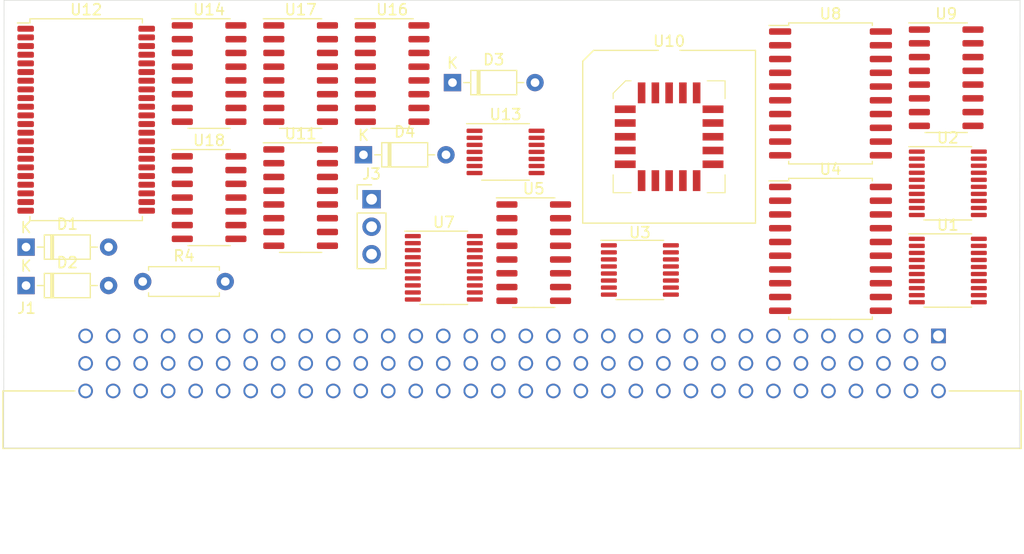
<source format=kicad_pcb>
(kicad_pcb (version 20211014) (generator pcbnew)
  (layers (0 "F.Cu" signal) (31 "B.Cu" signal) (34 "B.Paste" user) (35 "F.Paste" user) (36 "B.SilkS" user "B.Silkscreen") (37 "F.SilkS" user "F.Silkscreen") (38 "B.Mask" user) (39 "F.Mask" user) (44 "Edge.Cuts" user))
  (net 0 "")
  (net 1 "Net-(D1-Pad1)")
  (net 2 "/~{RESET}")
  (net 3 "/MemoryPgm/~{UDS_INT}")
  (net 4 "/MemoryPgm/~{LDS_INT}")
  (net 5 "/MemoryPgm/~{MEMEN_INT}")
  (net 6 "/A1")
  (net 7 "/A2")
  (net 8 "/A3")
  (net 9 "/A4")
  (net 10 "/A5")
  (net 11 "/A6")
  (net 12 "/A7")
  (net 13 "/A8")
  (net 14 "/A9")
  (net 15 "/A10")
  (net 16 "/A11")
  (net 17 "/A12")
  (net 18 "/A13")
  (net 19 "/A14")
  (net 20 "/A15")
  (net 21 "/A16")
  (net 22 "/A17")
  (net 23 "/A18")
  (net 24 "/A19")
  (net 25 "/A20")
  (net 26 "/A21")
  (net 27 "/A22")
  (net 28 "/A23")
  (net 29 "/A24")
  (net 30 "/A25")
  (net 31 "/A26")
  (net 32 "/A27")
  (net 33 "/A28")
  (net 34 "/A29")
  (net 35 "/A30")
  (net 36 "/A31")
  (net 37 "/D0")
  (net 38 "/D1")
  (net 39 "/D2")
  (net 40 "/D3")
  (net 41 "/D4")
  (net 42 "/D5")
  (net 43 "/D6")
  (net 44 "/D7")
  (net 45 "/D8")
  (net 46 "/D9")
  (net 47 "/D10")
  (net 48 "/D11")
  (net 49 "/D12")
  (net 50 "/D13")
  (net 51 "/D14")
  (net 52 "/D15")
  (net 54 "/~{DTACK}")
  (net 55 "/~{MEMAS}")
  (net 56 "/~{UDS}")
  (net 57 "/~{LDS}")
  (net 58 "/R{slash}~{W}")
  (net 69 "GND")
  (net 70 "VCC")
  (net 71 "/~{IOAS}")
  (net 73 "Net-(J3-Pad1)")
  (net 74 "Net-(J3-Pad2)")
  (net 75 "Net-(U1-Pad2)")
  (net 76 "Net-(U1-Pad5)")
  (net 77 "Net-(U1-Pad6)")
  (net 78 "Net-(U1-Pad9)")
  (net 79 "/START_REG_L")
  (net 80 "Net-(U1-Pad12)")
  (net 81 "Net-(U1-Pad15)")
  (net 82 "Net-(U1-Pad16)")
  (net 83 "Net-(U1-Pad19)")
  (net 84 "/~{TYPE_REG}")
  (net 87 "/IORAM")
  (net 88 "/~{EN}")
  (net 89 "/~{START_L_EQ}")
  (net 90 "/~{R}{slash}W")
  (net 91 "/IOEN")
  (net 95 "/START_REG_U")
  (net 99 "/EN_REG")
  (net 100 "Net-(U7-Pad2)")
  (net 101 "Net-(U7-Pad5)")
  (net 102 "Net-(U7-Pad6)")
  (net 103 "Net-(U7-Pad9)")
  (net 104 "Net-(U7-Pad12)")
  (net 105 "Net-(U7-Pad15)")
  (net 106 "Net-(U7-Pad16)")
  (net 107 "Net-(U7-Pad19)")
  (net 108 "/~{START_EQ}")
  (net 118 "/~{MEMEN}")
  (net 119 "Net-(U11-Pad2)")
  (net 120 "Net-(U11-Pad3)")
  (net 122 "Net-(U11-Pad10)")
  (net 123 "/MemoryPgm/~{WE_INT}")
  (net 124 "+3V3")
  (net 125 "Net-(U13-Pad2)")
  (net 126 "Net-(U13-Pad3)")
  (net 127 "Net-(U13-Pad4)")
  (net 129 "Net-(U13-Pad8)")
  (net 132 "Net-(U14-Pad10)")
  (net 134 "Net-(U16-Pad10)")
  (footprint "536366-6:TE_536366-6" (layer "F.Cu") (at 104.57 50.2875)
    (fp_text reference "J1")
    (fp_text value "Bus")
  )
  (footprint "Diode_THT:D_DO-35_SOD27_P7.62mm_Horizontal" (layer "F.Cu") (at 20.33 42.0875)
    (fp_text reference "D1")
    (fp_text value "1N4148")
  )
  (footprint "Package_SO:TSSOP-16_4.4x5mm_P0.65mm" (layer "F.Cu") (at 77 44.2)
    (fp_text reference "U3")
    (fp_text value "74LS85")
  )
  (footprint "Package_SO:TSSOP-20_4.4x6.5mm_P0.65mm" (layer "F.Cu") (at 105.43 44.25)
    (fp_text reference "U1")
    (fp_text value "74HC373")
  )
  (footprint "Package_SO:SOIC-16_3.9x9.9mm_P1.27mm" (layer "F.Cu") (at 67.2 42.6)
    (fp_text reference "U5")
    (fp_text value "74HC237")
  )
  (footprint "Package_SO:SOIC-16_3.9x9.9mm_P1.27mm" (layer "F.Cu") (at 105.28 26.45)
    (fp_text reference "U9")
    (fp_text value "74HC237")
  )
  (footprint "Diode_THT:D_DO-35_SOD27_P7.62mm_Horizontal" (layer "F.Cu") (at 59.7 26.9)
    (fp_text reference "D3")
    (fp_text value "1N4148")
  )
  (footprint "Package_SO:SOIC-16_3.9x9.9mm_P1.27mm" (layer "F.Cu") (at 54.13 26.0675)
    (fp_text reference "U16")
    (fp_text value "HEF4094BT")
  )
  (footprint "Package_SO:SOIC-16_3.9x9.9mm_P1.27mm" (layer "F.Cu") (at 45.68 26.0675)
    (fp_text reference "U17")
    (fp_text value "HEF4094BT")
  )
  (footprint "Package_LCC:PLCC-20_SMD-Socket" (layer "F.Cu") (at 79.7 31.9)
    (fp_text reference "U10")
    (fp_text value "ATF16V8B")
  )
  (footprint "Package_SO:SOIC-16_3.9x9.9mm_P1.27mm" (layer "F.Cu") (at 37.23 26.0675)
    (fp_text reference "U14")
    (fp_text value "HEF4094BT")
  )
  (footprint "Package_SO:SOIC-20W_7.5x12.8mm_P1.27mm" (layer "F.Cu") (at 94.6 42.25)
    (fp_text reference "U4")
    (fp_text value "74HC688")
  )
  (footprint "Package_SO:TSOP-II-44_10.16x18.41mm_P0.8mm" (layer "F.Cu") (at 25.88 30.3275)
    (fp_text reference "U12")
    (fp_text value "IS61C3216AL-12TLI")
  )
  (footprint "Connector_PinHeader_2.54mm:PinHeader_1x03_P2.54mm_Vertical" (layer "F.Cu") (at 52.23 37.6675)
    (fp_text reference "J3")
    (fp_text value "QT Py Serial")
  )
  (footprint "Diode_THT:D_DO-35_SOD27_P7.62mm_Horizontal" (layer "F.Cu") (at 20.33 45.6375)
    (fp_text reference "D2")
    (fp_text value "1N4148")
  )
  (footprint "Package_SO:SOIC-16_3.9x9.9mm_P1.27mm" (layer "F.Cu") (at 45.68 37.5175)
    (fp_text reference "U11")
    (fp_text value "HEF4094BT")
  )
  (footprint "Diode_THT:D_DO-35_SOD27_P7.62mm_Horizontal" (layer "F.Cu") (at 51.48 33.5675)
    (fp_text reference "D4")
    (fp_text value "1N4148")
  )
  (footprint "Package_SO:SOIC-20W_7.5x12.8mm_P1.27mm" (layer "F.Cu") (at 94.6 27.9)
    (fp_text reference "U8")
    (fp_text value "74HC688")
  )
  (footprint "Package_SO:TSSOP-20_4.4x6.5mm_P0.65mm" (layer "F.Cu") (at 105.43 36.2)
    (fp_text reference "U2")
    (fp_text value "74LS245")
  )
  (footprint "Package_SO:SOIC-14_3.9x8.7mm_P1.27mm" (layer "F.Cu") (at 37.23 37.5175)
    (fp_text reference "U18")
    (fp_text value "74LS243")
  )
  (footprint "Resistor_THT:R_Axial_DIN0207_L6.3mm_D2.5mm_P7.62mm_Horizontal" (layer "F.Cu") (at 31.1 45.2675)
    (fp_text reference "R4")
    (fp_text value "10K")
  )
  (footprint "Package_SO:TSSOP-20_4.4x6.5mm_P0.65mm" (layer "F.Cu") (at 58.9 44)
    (fp_text reference "U7")
    (fp_text value "74HC373")
  )
  (footprint "Package_SO:TSSOP-14_4.4x5mm_P0.65mm" (layer "F.Cu") (at 64.6 33.3)
    (fp_text reference "U13")
    (fp_text value "TXB0104PW")
  )
  (gr_line (start 18.27 60.6375) (end 18.3 19.3) (layer "Edge.Cuts") (width 0.05))
  (gr_line (start 112.1 19.3) (end 112.05 60.6375) (layer "Edge.Cuts") (width 0.05))
  (gr_line (start 112.05 60.6375) (end 18.27 60.6375) (layer "Edge.Cuts") (width 0.05))
  (gr_line (start 18.3 19.3) (end 112.1 19.3) (layer "Edge.Cuts") (width 0.05))
)
</source>
